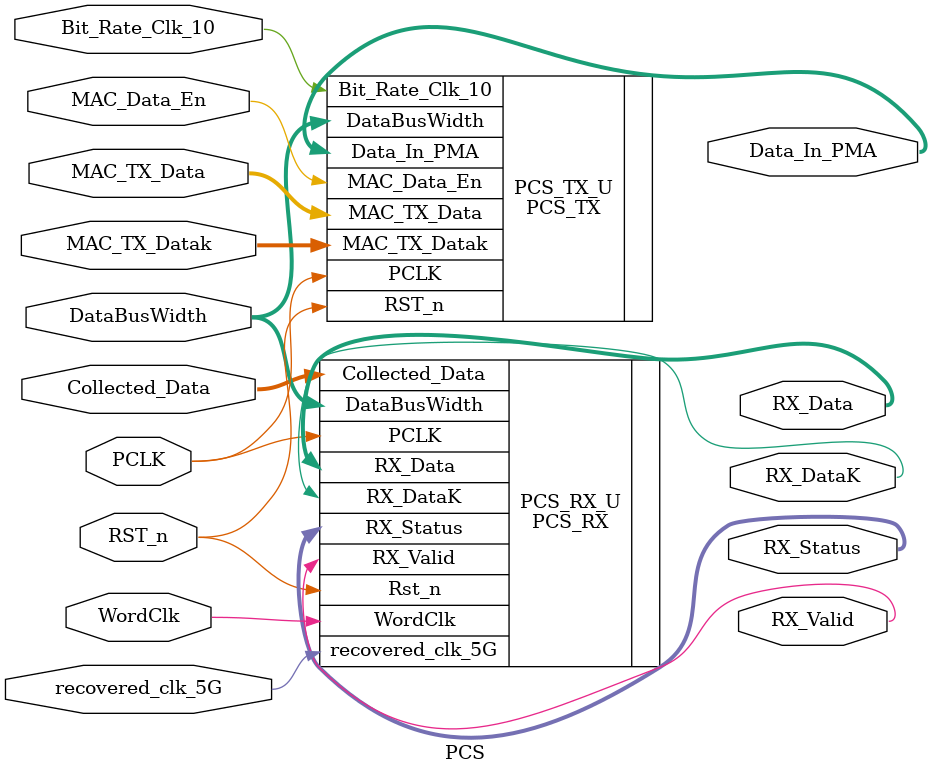
<source format=v>
module PCS (
    ///////// CLOCKS   /////////////	
    input          PCLK,
    input          RST_n,
    input          Bit_Rate_Clk_10,
    input [ 5 : 0] DataBusWidth,
    ///////// DATA     ////////////
    input [31 : 0] MAC_TX_Data,
    input [ 3 : 0] MAC_TX_Datak,
    input          MAC_Data_En,
    input          WordClk,
    input          recovered_clk_5G,
    input [   9:0] Collected_Data,


    ////////  OUTPUTS  //////////
    output [9 : 0] Data_In_PMA,

    output [31:0] RX_Data,
    output        RX_DataK,
    output [ 2:0] RX_Status,
    output        RX_Valid
);



  PCS_TX PCS_TX_U (

      .PCLK           (PCLK),
      .RST_n          (RST_n),
      .Bit_Rate_Clk_10(Bit_Rate_Clk_10),
      .DataBusWidth   (DataBusWidth),
      .MAC_TX_Data    (MAC_TX_Data),
      .MAC_TX_Datak   (MAC_TX_Datak),
      .MAC_Data_En    (MAC_Data_En),
      .Data_In_PMA    (Data_In_PMA)

  );


  PCS_RX #(
      .DATA_WIDTH  (10),
      .BUFFER_WIDTH(10),
      .BUFFER_DEPTH(16)
  ) PCS_RX_U (
      .WordClk         (WordClk),           // 
      .Collected_Data  (Collected_Data),    //from PMA
      .PCLK            (PCLK),
      .recovered_clk_5G(recovered_clk_5G),  //  in port
      .Rst_n           (RST_n),
      .DataBusWidth    (DataBusWidth),
      .RX_Data         (RX_Data),
      .RX_DataK        (RX_DataK),
      .RX_Status       (RX_Status),
      .RX_Valid        (RX_Valid)
  );

endmodule

</source>
